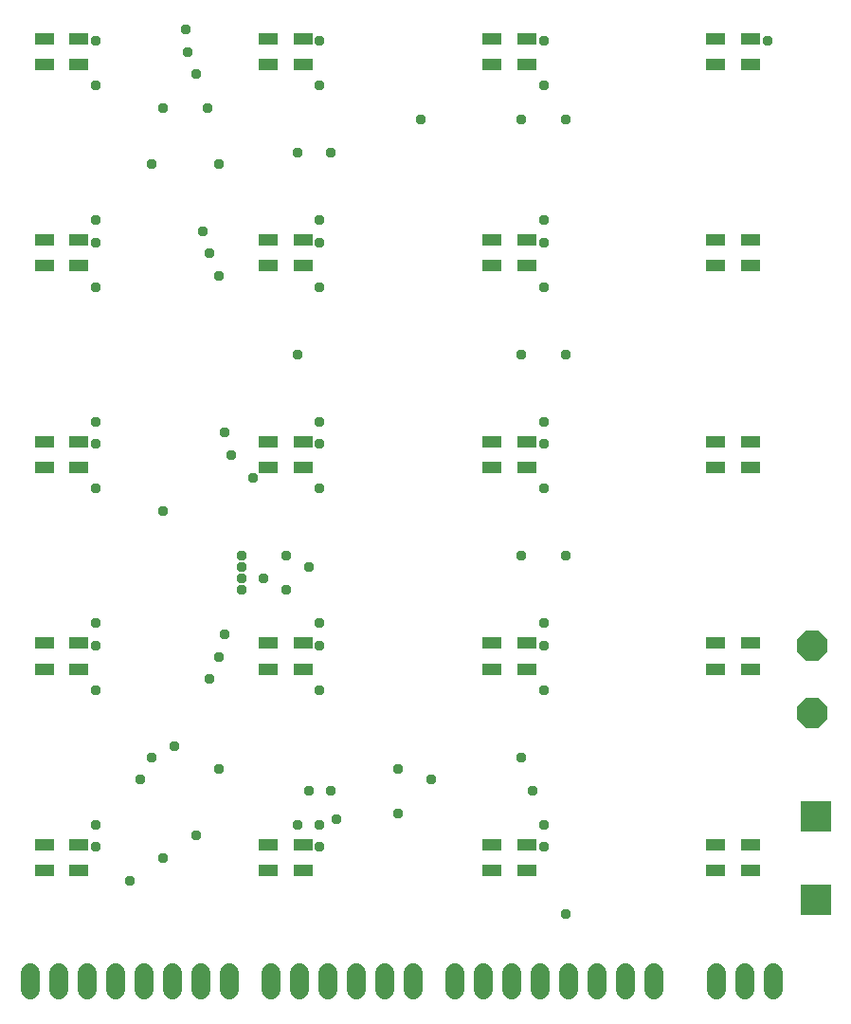
<source format=gts>
G75*
%MOIN*%
%OFA0B0*%
%FSLAX25Y25*%
%IPPOS*%
%LPD*%
%AMOC8*
5,1,8,0,0,1.08239X$1,22.5*
%
%ADD10OC8,0.10800*%
%ADD11C,0.06800*%
%ADD12R,0.06706X0.04343*%
%ADD13R,0.10800X0.10800*%
%ADD14C,0.03778*%
D10*
X0328302Y0120623D03*
X0328302Y0144245D03*
D11*
X0053145Y0029135D02*
X0053145Y0023135D01*
X0063145Y0023135D02*
X0063145Y0029135D01*
X0073145Y0029135D02*
X0073145Y0023135D01*
X0083145Y0023135D02*
X0083145Y0029135D01*
X0093145Y0029135D02*
X0093145Y0023135D01*
X0103145Y0023135D02*
X0103145Y0029135D01*
X0113145Y0029135D02*
X0113145Y0023135D01*
X0123145Y0023135D02*
X0123145Y0029135D01*
X0137948Y0029135D02*
X0137948Y0023135D01*
X0147948Y0023135D02*
X0147948Y0029135D01*
X0157948Y0029135D02*
X0157948Y0023135D01*
X0167948Y0023135D02*
X0167948Y0029135D01*
X0177948Y0029135D02*
X0177948Y0023135D01*
X0187948Y0023135D02*
X0187948Y0029135D01*
X0202751Y0029135D02*
X0202751Y0023135D01*
X0212751Y0023135D02*
X0212751Y0029135D01*
X0222751Y0029135D02*
X0222751Y0023135D01*
X0232751Y0023135D02*
X0232751Y0029135D01*
X0242751Y0029135D02*
X0242751Y0023135D01*
X0252751Y0023135D02*
X0252751Y0029135D01*
X0262751Y0029135D02*
X0262751Y0023135D01*
X0272751Y0023135D02*
X0272751Y0029135D01*
X0294680Y0029135D02*
X0294680Y0023135D01*
X0304680Y0023135D02*
X0304680Y0029135D01*
X0314680Y0029135D02*
X0314680Y0023135D01*
D12*
X0306649Y0065111D03*
X0306649Y0074166D03*
X0294444Y0074166D03*
X0294444Y0065111D03*
X0294444Y0135977D03*
X0294444Y0145032D03*
X0306649Y0145032D03*
X0306649Y0135977D03*
X0306649Y0206843D03*
X0306649Y0215899D03*
X0294444Y0215899D03*
X0294444Y0206843D03*
X0294444Y0277710D03*
X0294444Y0286765D03*
X0306649Y0286765D03*
X0306649Y0277710D03*
X0306649Y0348576D03*
X0306649Y0357631D03*
X0294444Y0357631D03*
X0294444Y0348576D03*
X0227909Y0348576D03*
X0227909Y0357631D03*
X0215704Y0357631D03*
X0215704Y0348576D03*
X0215704Y0286765D03*
X0215704Y0277710D03*
X0227909Y0277710D03*
X0227909Y0286765D03*
X0227909Y0215899D03*
X0227909Y0206843D03*
X0215704Y0206843D03*
X0215704Y0215899D03*
X0215704Y0145032D03*
X0215704Y0135977D03*
X0227909Y0135977D03*
X0227909Y0145032D03*
X0227909Y0074166D03*
X0227909Y0065111D03*
X0215704Y0065111D03*
X0215704Y0074166D03*
X0149169Y0074166D03*
X0149169Y0065111D03*
X0136964Y0065111D03*
X0136964Y0074166D03*
X0136964Y0135977D03*
X0136964Y0145032D03*
X0149169Y0145032D03*
X0149169Y0135977D03*
X0149169Y0206843D03*
X0149169Y0215899D03*
X0136964Y0215899D03*
X0136964Y0206843D03*
X0136964Y0277710D03*
X0136964Y0286765D03*
X0149169Y0286765D03*
X0149169Y0277710D03*
X0149169Y0348576D03*
X0149169Y0357631D03*
X0136964Y0357631D03*
X0136964Y0348576D03*
X0070428Y0348576D03*
X0070428Y0357631D03*
X0058224Y0357631D03*
X0058224Y0348576D03*
X0058224Y0286765D03*
X0058224Y0277710D03*
X0070428Y0277710D03*
X0070428Y0286765D03*
X0070428Y0215899D03*
X0070428Y0206843D03*
X0058224Y0206843D03*
X0058224Y0215899D03*
X0058224Y0145032D03*
X0058224Y0135977D03*
X0070428Y0135977D03*
X0070428Y0145032D03*
X0070428Y0074166D03*
X0070428Y0065111D03*
X0058224Y0065111D03*
X0058224Y0074166D03*
D13*
X0329484Y0084107D03*
X0329484Y0054777D03*
D14*
X0241688Y0049757D03*
X0233814Y0073379D03*
X0233814Y0081253D03*
X0229877Y0093064D03*
X0225940Y0104875D03*
X0233814Y0128497D03*
X0233814Y0144245D03*
X0233814Y0152119D03*
X0225940Y0175741D03*
X0241688Y0175741D03*
X0233814Y0199363D03*
X0233814Y0215111D03*
X0233814Y0222985D03*
X0225940Y0246607D03*
X0241688Y0246607D03*
X0233814Y0270229D03*
X0233814Y0285977D03*
X0233814Y0293851D03*
X0225940Y0329284D03*
X0233814Y0341095D03*
X0241688Y0329284D03*
X0233814Y0356843D03*
X0190507Y0329284D03*
X0159011Y0317473D03*
X0147200Y0317473D03*
X0155074Y0341095D03*
X0155074Y0356843D03*
X0119641Y0313536D03*
X0115704Y0333221D03*
X0111767Y0345032D03*
X0108672Y0352906D03*
X0107830Y0360803D03*
X0099956Y0333221D03*
X0096019Y0313536D03*
X0076334Y0293851D03*
X0076334Y0285977D03*
X0076334Y0270229D03*
X0116349Y0282040D03*
X0113790Y0289936D03*
X0119641Y0274166D03*
X0147200Y0246607D03*
X0155074Y0222985D03*
X0155074Y0215111D03*
X0155074Y0199363D03*
X0143263Y0175741D03*
X0151137Y0171804D03*
X0143189Y0163856D03*
X0135389Y0167867D03*
X0127515Y0167867D03*
X0127515Y0163930D03*
X0127515Y0171804D03*
X0127515Y0175741D03*
X0121467Y0148204D03*
X0119641Y0140308D03*
X0116349Y0132434D03*
X0103893Y0108812D03*
X0096019Y0104875D03*
X0092082Y0097001D03*
X0076334Y0081253D03*
X0076334Y0073379D03*
X0088145Y0061568D03*
X0099956Y0069442D03*
X0111767Y0077338D03*
X0119641Y0100938D03*
X0147200Y0081253D03*
X0155074Y0081253D03*
X0160980Y0083221D03*
X0155074Y0073379D03*
X0151137Y0093064D03*
X0159011Y0093064D03*
X0182633Y0100938D03*
X0182633Y0085190D03*
X0194444Y0097001D03*
X0155074Y0128497D03*
X0155074Y0144245D03*
X0155074Y0152119D03*
X0131452Y0203300D03*
X0124026Y0211174D03*
X0121467Y0219070D03*
X0099956Y0191489D03*
X0076334Y0199363D03*
X0076334Y0215111D03*
X0076334Y0222985D03*
X0076334Y0152119D03*
X0076334Y0144245D03*
X0076334Y0128497D03*
X0155074Y0270229D03*
X0155074Y0285977D03*
X0155074Y0293851D03*
X0076334Y0341095D03*
X0076334Y0356843D03*
X0312554Y0356843D03*
M02*

</source>
